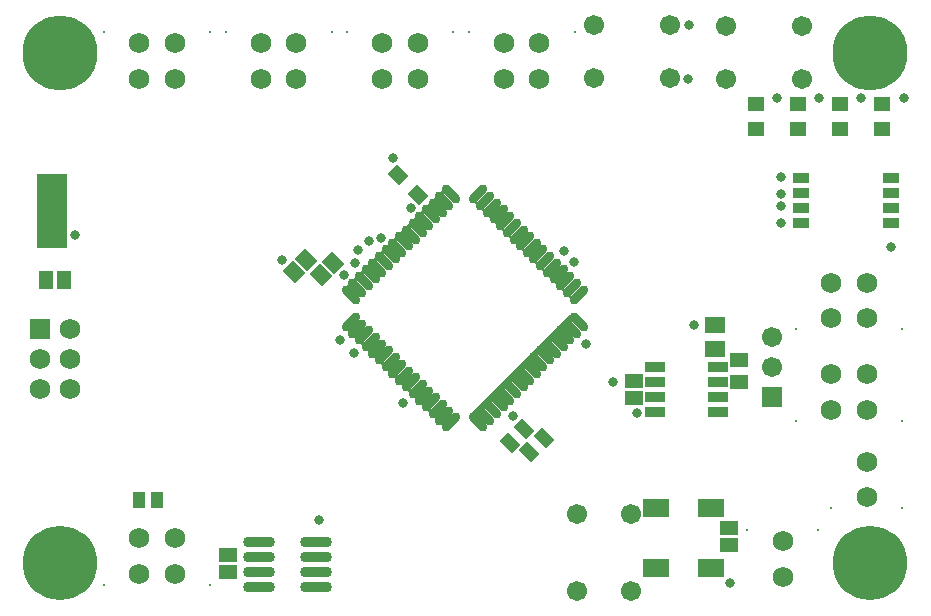
<source format=gts>
%FSTAX23Y23*%
%MOIN*%
%SFA1B1*%

%IPPOS*%
%AMD37*
4,1,4,-0.035400,0.006400,0.006400,-0.035400,0.035400,-0.006400,-0.006400,0.035400,-0.035400,0.006400,0.0*
%
%AMD38*
4,1,4,0.002100,-0.035400,0.035400,-0.002100,-0.002100,0.035400,-0.035400,0.002100,0.002100,-0.035400,0.0*
%
%AMD39*
4,1,4,0.039600,-0.003500,-0.003500,0.039600,-0.039600,0.003500,0.003500,-0.039600,0.039600,-0.003500,0.0*
%
%AMD46*
4,1,4,-0.006000,0.027200,-0.027200,0.006000,0.006000,-0.027200,0.027200,-0.006000,-0.006000,0.027200,0.0*
1,1,0.030000,-0.016600,0.016600*
1,1,0.030000,0.016600,-0.016600*
%
%AMD47*
4,1,4,-0.027200,-0.006000,-0.006000,-0.027200,0.027200,0.006000,0.006000,0.027200,-0.027200,-0.006000,0.0*
1,1,0.030000,-0.016600,-0.016600*
1,1,0.030000,0.016600,0.016600*
%
%ADD32R,0.100000X0.250000*%
%ADD33R,0.039000X0.055000*%
%ADD34O,0.106000X0.036000*%
%ADD35R,0.061000X0.051000*%
%ADD36R,0.067000X0.057000*%
G04~CAMADD=37~9~0.0~0.0~590.0~410.0~0.0~0.0~0~0.0~0.0~0.0~0.0~0~0.0~0.0~0.0~0.0~0~0.0~0.0~0.0~135.0~708.0~707.0*
%ADD37D37*%
G04~CAMADD=38~9~0.0~0.0~470.0~530.0~0.0~0.0~0~0.0~0.0~0.0~0.0~0~0.0~0.0~0.0~0.0~0~0.0~0.0~0.0~225.0~708.0~707.0*
%ADD38D38*%
G04~CAMADD=39~9~0.0~0.0~610.0~510.0~0.0~0.0~0~0.0~0.0~0.0~0.0~0~0.0~0.0~0.0~0.0~0~0.0~0.0~0.0~315.0~792.0~791.0*
%ADD39D39*%
%ADD40R,0.051000X0.061000*%
%ADD41R,0.063000X0.049000*%
%ADD42R,0.067000X0.032000*%
%ADD43R,0.091000X0.059000*%
%ADD44R,0.058000X0.038000*%
%ADD45R,0.055000X0.051000*%
G04~CAMADD=46~3~0.0~0.0~300.0~770.0~0.0~0.0~0~0.0~0.0~0.0~0.0~0~0.0~0.0~0.0~0.0~0~0.0~0.0~0.0~45.0~632.0~632.0*
%ADD46D46*%
G04~CAMADD=47~3~0.0~0.0~300.0~770.0~0.0~0.0~0~0.0~0.0~0.0~0.0~0~0.0~0.0~0.0~0.0~0~0.0~0.0~0.0~135.0~632.0~632.0*
%ADD47D47*%
%ADD48C,0.067000*%
%ADD49R,0.069000X0.069000*%
%ADD50C,0.069000*%
%ADD51C,0.068000*%
%ADD52C,0.008000*%
%ADD53C,0.067000*%
%ADD54R,0.067000X0.067000*%
%ADD55R,0.046000X0.046000*%
%ADD56C,0.046000*%
%ADD57C,0.250000*%
%ADD58C,0.248000*%
%ADD59C,0.033000*%
%LNtemperature_monitor_&_display-1*%
%LPD*%
G36*
X0144Y00615D02*
X0143Y00605D01*
X01105Y0093*
X01115Y0094*
X0144Y00615*
G37*
G36*
X01865Y00965D02*
X01535Y00635D01*
X0152Y0065*
X0185Y0098*
X01865Y00965*
G37*
G36*
X01445Y01395D02*
X0111Y0106D01*
X011Y0107*
X01435Y01405*
X01445Y01395*
G37*
G36*
X01875Y0102D02*
X0187Y01015D01*
X01515Y0137*
X0152Y01375*
X01875Y0102*
G37*
G54D32*
X00125Y01325D03*
G54D33*
X00415Y0036D03*
X00475D03*
G54D34*
X01006Y0007D03*
Y0012D03*
Y0017D03*
Y0022D03*
X00813Y0007D03*
Y0012D03*
Y0017D03*
Y0022D03*
G54D35*
X0071Y00177D03*
Y0012D03*
X02065Y00759D03*
Y00701D03*
X0238Y0021D03*
Y00267D03*
G54D36*
X02335Y00864D03*
Y00946D03*
G54D37*
X01764Y00569D03*
X01716Y00521D03*
X01699Y00599D03*
X01651Y00551D03*
G54D38*
X01343Y01377D03*
X01277Y01443D03*
G54D39*
X0093Y0112D03*
X0097Y0116D03*
X0106Y0115D03*
X0102Y0111D03*
G54D40*
X00164Y01095D03*
X00106D03*
G54D41*
X02415Y00827D03*
Y00753D03*
G54D42*
X02136Y00805D03*
Y00755D03*
Y00705D03*
Y00655D03*
X02344D03*
Y00705D03*
Y00755D03*
Y00805D03*
G54D43*
X02321Y00135D03*
Y00335D03*
X02139D03*
Y00135D03*
G54D44*
X0292Y01285D03*
Y01335D03*
Y01385D03*
Y01435D03*
X0262D03*
Y01385D03*
Y01335D03*
Y01285D03*
G54D45*
X0289Y01681D03*
Y01599D03*
X0275Y01681D03*
Y01599D03*
X0261Y0168D03*
Y01597D03*
X0247Y0168D03*
Y01597D03*
G54D46*
X0112Y01046D03*
X01142Y01068D03*
X01165Y0109D03*
X01187Y01113D03*
X01209Y01135D03*
X01231Y01157D03*
X01254Y0118D03*
X01276Y01202D03*
X01298Y01224D03*
X0132Y01246D03*
X01343Y01269D03*
X01365Y01291D03*
X01387Y01313D03*
X0141Y01335D03*
X01432Y01358D03*
X01454Y0138D03*
X0188Y00954D03*
X01858Y00932D03*
X01835Y0091D03*
X01813Y00887D03*
X01791Y00865D03*
X01769Y00843D03*
X01746Y0082D03*
X01724Y00798D03*
X01702Y00776D03*
X0168Y00754D03*
X01657Y00731D03*
X01635Y00709D03*
X01613Y00687D03*
X0159Y00665D03*
X01568Y00642D03*
X01546Y0062D03*
G54D47*
X01546Y0138D03*
X01568Y01358D03*
X0159Y01335D03*
X01613Y01313D03*
X01635Y01291D03*
X01657Y01269D03*
X0168Y01246D03*
X01702Y01224D03*
X01724Y01202D03*
X01746Y0118D03*
X01769Y01157D03*
X01791Y01135D03*
X01813Y01113D03*
X01835Y0109D03*
X01858Y01068D03*
X0188Y01046D03*
X01454Y0062D03*
X01432Y00642D03*
X0141Y00665D03*
X01387Y00687D03*
X01365Y00709D03*
X01343Y00731D03*
X0132Y00754D03*
X01298Y00776D03*
X01276Y00798D03*
X01254Y0082D03*
X01231Y00843D03*
X01209Y00865D03*
X01187Y00887D03*
X01165Y0091D03*
X01142Y00932D03*
X0112Y00954D03*
G54D48*
X0193Y01945D03*
X02186D03*
X0193Y01768D03*
X02186D03*
X0237Y01942D03*
X02626D03*
X0237Y01765D03*
X02626D03*
X01876Y00057D03*
Y00313D03*
X02054Y00057D03*
Y00313D03*
G54D49*
X00085Y0093D03*
G54D50*
X00085Y0083D03*
Y0073D03*
X00185Y0093D03*
Y0083D03*
Y0073D03*
G54D51*
X0256Y00105D03*
Y00223D03*
X0284Y00488D03*
Y0037D03*
X00534Y00234D03*
Y00116D03*
X00416Y00234D03*
Y00116D03*
X01631Y01766D03*
Y01884D03*
X01749Y01766D03*
Y01884D03*
X01226Y01766D03*
Y01884D03*
X01344Y01766D03*
Y01884D03*
X0284Y01085D03*
Y00967D03*
X02722Y01085D03*
Y00967D03*
X0284Y0078D03*
Y00662D03*
X02722Y0078D03*
Y00662D03*
X00821Y01766D03*
Y01884D03*
X00939Y01766D03*
Y01884D03*
X00533Y01883D03*
Y01765D03*
X00415Y01883D03*
Y01765D03*
G54D52*
X02442Y0026D03*
X02678D03*
X02958Y00333D03*
X02722D03*
X00652Y00079D03*
X00298D03*
X01513Y01921D03*
X01867D03*
X01108D03*
X01462D03*
X02958Y0093D03*
X02604D03*
X02958Y00625D03*
X02604D03*
X00703Y01921D03*
X01057D03*
X00651Y0192D03*
X00297D03*
G54D53*
X02525Y00905D03*
Y00805D03*
G54D54*
X02525Y00705D03*
G54D55*
X0015Y01225D03*
G54D56*
X001Y01225D03*
X0015Y01275D03*
X001D03*
X0015Y01325D03*
X001D03*
X0015Y01375D03*
X001D03*
X0015Y01425D03*
X001D03*
G54D57*
X0015Y0185D03*
X0285D03*
G54D58*
X0285Y0015D03*
X0015D03*
G54D59*
X01143Y01195D03*
X01865Y01155D03*
X0122Y01235D03*
X0118Y01225D03*
X01135Y0115D03*
X01098Y01112D03*
X0089Y0116D03*
X0183Y0119D03*
X02075Y0065D03*
X0292Y01205D03*
X02555Y01285D03*
Y0134D03*
Y0138D03*
X02556Y01439D03*
X0113Y0085D03*
X01085Y00895D03*
X02965Y017D03*
X0254D03*
X0268D03*
X0282D03*
X02385Y00085D03*
X01295Y00685D03*
X01015Y00295D03*
X0166Y0064D03*
X01906Y0088D03*
X02247Y01945D03*
X0132Y01335D03*
X02245Y01765D03*
X02265Y00945D03*
X002Y01245D03*
X01995Y00755D03*
X0126Y015D03*
M02*
</source>
